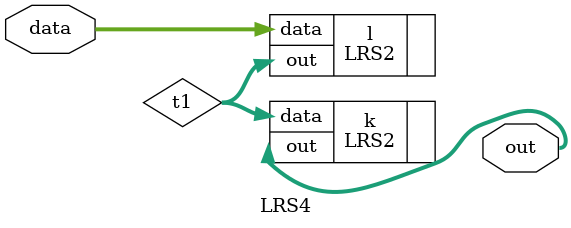
<source format=v>
module LRS4 (input [31:0] data, output [31:0] out);
   
   wire [31:0] t1;
   LRS2 l(.data(data),.out(t1));
   LRS2 k(.data(t1),.out(out));
   
endmodule 

</source>
